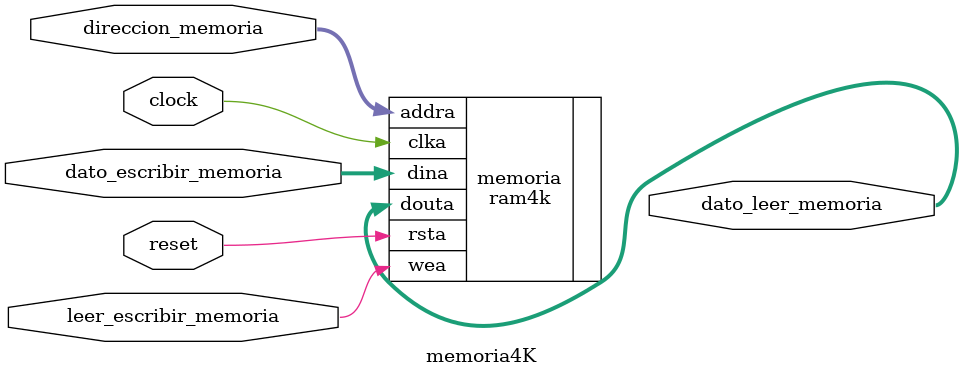
<source format=v>
`timescale 1ns / 1ps
module memoria4K(
			clock,
			reset,
			leer_escribir_memoria,
			direccion_memoria,
			dato_escribir_memoria,
			dato_leer_memoria
			);

input clock;
input reset;
input leer_escribir_memoria;
input [8 : 0] direccion_memoria;
input [11 : 0] dato_escribir_memoria;
output [11 : 0] dato_leer_memoria;
	 
ram4k memoria( 
  .clka(clock),
  .rsta(reset),
  .wea(leer_escribir_memoria),
  .addra(direccion_memoria),
  .dina(dato_escribir_memoria),
  .douta(dato_leer_memoria)
);


	 
	 


endmodule

</source>
